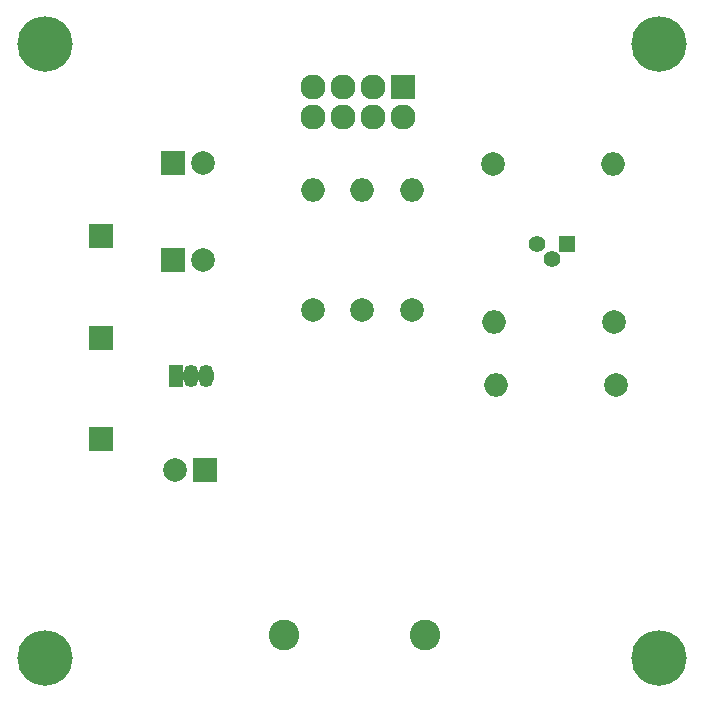
<source format=gbr>
G04 #@! TF.FileFunction,Soldermask,Bot*
%FSLAX46Y46*%
G04 Gerber Fmt 4.6, Leading zero omitted, Abs format (unit mm)*
G04 Created by KiCad (PCBNEW 4.0.7) date 12/20/18 21:54:31*
%MOMM*%
%LPD*%
G01*
G04 APERTURE LIST*
%ADD10C,0.100000*%
%ADD11C,4.700000*%
%ADD12R,2.000000X2.000000*%
%ADD13C,2.000000*%
%ADD14C,2.600000*%
%ADD15R,2.100000X2.100000*%
%ADD16C,1.400000*%
%ADD17R,1.400000X1.400000*%
%ADD18O,1.300000X1.900000*%
%ADD19R,1.300000X1.900000*%
%ADD20R,2.127200X2.127200*%
%ADD21O,2.127200X2.127200*%
%ADD22O,2.000000X2.000000*%
G04 APERTURE END LIST*
D10*
D11*
X104000000Y-156000000D03*
X156000000Y-156000000D03*
X156000000Y-104000000D03*
D12*
X117576600Y-140030200D03*
D13*
X115076600Y-140030200D03*
D12*
X114884200Y-122275600D03*
D13*
X117384200Y-122275600D03*
D12*
X114884200Y-114046000D03*
D13*
X117384200Y-114046000D03*
D14*
X124251200Y-153974800D03*
X136251200Y-153974800D03*
D15*
X108813600Y-128905000D03*
X108813600Y-137388600D03*
X108813600Y-120218200D03*
D16*
X146939000Y-122174000D03*
X145669000Y-120904000D03*
D17*
X148209000Y-120904000D03*
D18*
X116382800Y-132105400D03*
X117652800Y-132105400D03*
D19*
X115112800Y-132105400D03*
D20*
X134315200Y-107619800D03*
D21*
X134315200Y-110159800D03*
X131775200Y-107619800D03*
X131775200Y-110159800D03*
X129235200Y-107619800D03*
X129235200Y-110159800D03*
X126695200Y-107619800D03*
X126695200Y-110159800D03*
D13*
X135102600Y-126492000D03*
D22*
X135102600Y-116332000D03*
D13*
X130911600Y-126492000D03*
D22*
X130911600Y-116332000D03*
D13*
X126695200Y-126517400D03*
D22*
X126695200Y-116357400D03*
D13*
X152196800Y-127482600D03*
D22*
X142036800Y-127482600D03*
D13*
X152374600Y-132816600D03*
D22*
X142214600Y-132816600D03*
D13*
X141986000Y-114147600D03*
D22*
X152146000Y-114147600D03*
D11*
X104000000Y-104000000D03*
M02*

</source>
